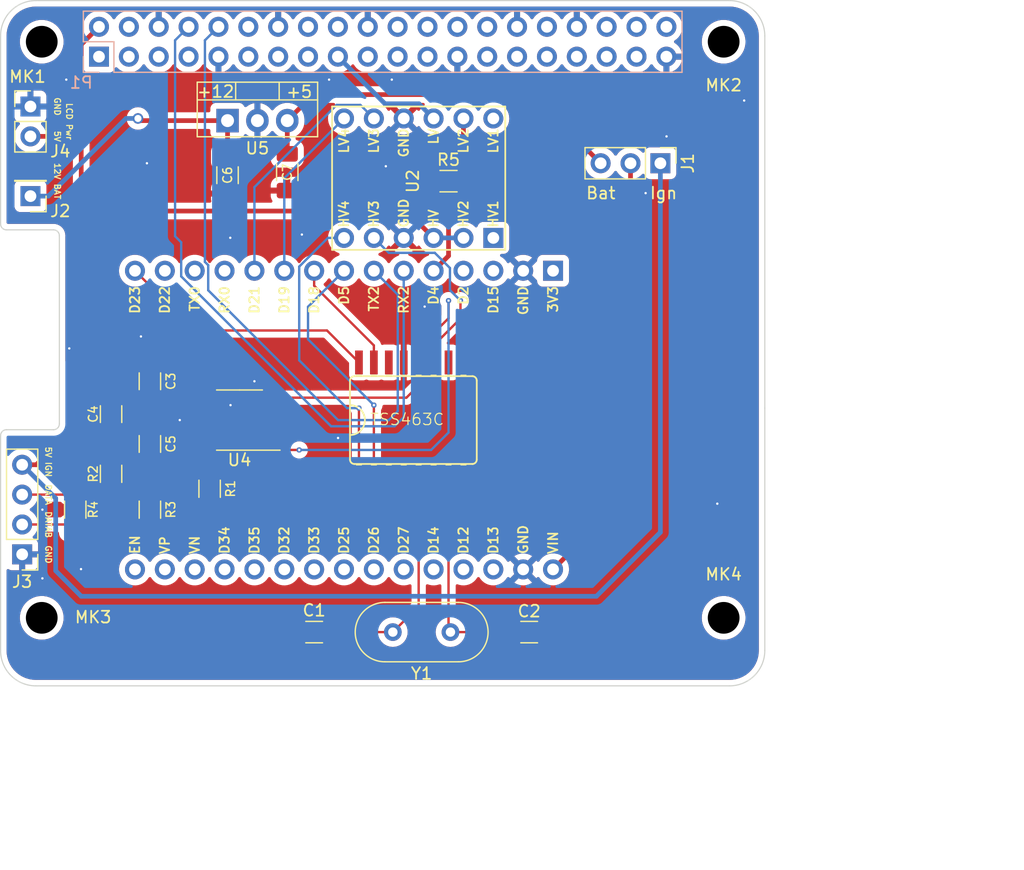
<source format=kicad_pcb>
(kicad_pcb (version 20211014) (generator pcbnew)
  (title_block (title "Peugeot Project PCB") (date "2022-06-14") (rev "0.1"))
  (layers (0 "F.Cu" signal) (31 "B.Cu" signal) (34 "B.Paste" user) (35 "F.Paste" user) (36 "B.SilkS" user "B.Silkscreen") (37 "F.SilkS" user "F.Silkscreen") (38 "B.Mask" user) (39 "F.Mask" user) (44 "Edge.Cuts" user))
  (net 0 "")
  (net 1 "+3V3")
  (net 2 "+5V")
  (net 3 "/DATAB")
  (net 4 "/ID_SD")
  (net 5 "/ID_SC")
  (net 6 "/GPIO5")
  (net 7 "/GPIO6")
  (net 8 "/GPIO26")
  (net 9 "/GPIO2(SDA1)")
  (net 10 "/GPIO3(SCL1)")
  (net 11 "/GPIO4(GCLK)")
  (net 12 "/GPIO14(TXD0)")
  (net 13 "/GPIO15(RXD0)")
  (net 14 "/GPIO17(GEN0)")
  (net 15 "/GPIO27(GEN2)")
  (net 16 "/GPIO22(GEN3)")
  (net 17 "/GPIO23(GEN4)")
  (net 18 "/GPIO24(GEN5)")
  (net 19 "/GPIO25(GEN6)")
  (net 20 "/GPIO18(GEN1)(PWM0)")
  (net 21 "/GPIO10(SPI0_MOSI)")
  (net 22 "/GPIO9(SPI0_MISO)")
  (net 23 "/GPIO11(SPI0_SCK)")
  (net 24 "/GPIO8(SPI0_CE_N)")
  (net 25 "/GPIO7(SPI1_CE_N)")
  (net 26 "/GPIO12(PWM0)")
  (net 27 "/GPIO13(PWM1)")
  (net 28 "/GPIO19(SPI1_MISO)")
  (net 29 "/GPIO16")
  (net 30 "/GPIO20(SPI1_MOSI)")
  (net 31 "/GPIO21(SPI1_SCK)")
  (net 32 "/DATA")
  (net 33 "Net-(C1-Pad2)")
  (net 34 "/VAN_RX")
  (net 39 "/Wake PIN")
  (net 42 "/SS")
  (net 43 "/SCLK")
  (net 44 "Net-(U1-Pad21)")
  (net 45 "Net-(U1-Pad20)")
  (net 47 "/MOSI")
  (net 63 "/MISO")
  (net 65 "Net-(C2-Pad2)")
  (net 66 "/VAN_TX")
  (net 71 "GNDD")
  (net 72 "Net-(C5-Pad2)")
  (net 73 "/+5V_ESP32")
  (net 74 "/+5V permanent")
  (net 75 "Net-(C6-Pad1)")
  (net 76 "Net-(R1-Pad1)")
  (net 77 "Net-(C4-Pad2)")
  (footprint "MountingHole:MountingHole_2.7mm_M2.5" (layer "F.Cu") (at 203.5 97.5 180)
    (fp_text reference "MK1" (at 1.214 -2.97 180) (layer "F.SilkS"))
    (fp_text value "M2.5")
    (pad "" np_thru_hole circle (at 0 0 180) (size 2.7 2.7) (drill 2.7) (layers *.Mask))
  )
  (footprint "MountingHole:MountingHole_2.7mm_M2.5" (layer "F.Cu") (at 261.5 97.5 180)
    (fp_text reference "MK2" (at 0 -3.7 180) (layer "F.SilkS"))
    (fp_text value "M2.5")
    (pad "" np_thru_hole circle (at 0 0 180) (size 2.7 2.7) (drill 2.7) (layers *.Mask))
  )
  (footprint "MountingHole:MountingHole_2.7mm_M2.5" (layer "F.Cu") (at 203.5 146.5)
    (fp_text reference "MK3" (at 4.374 -0.056) (layer "F.SilkS"))
    (fp_text value "M2.5")
    (pad "" np_thru_hole circle (at 0 0) (size 2.7 2.7) (drill 2.7) (layers *.Mask))
  )
  (footprint "MountingHole:MountingHole_2.7mm_M2.5" (layer "F.Cu") (at 261.5 146.5)
    (fp_text reference "MK4" (at 0 -3.7) (layer "F.SilkS"))
    (fp_text value "M2.5")
    (pad "" np_thru_hole circle (at 0 0) (size 2.7 2.7) (drill 2.7) (layers *.Mask))
  )
  (footprint "Capacitor_SMD:C_1206_3216Metric_Pad1.33x1.80mm_HandSolder" (layer "F.Cu") (at 244.958 147.714 180)
    (fp_text reference "C2" (at 0 1.778) (layer "F.SilkS"))
    (fp_text value "22 pF")
    (pad "1" smd roundrect (at -1.5625 0 180) (size 1.325 1.8) (layers "F.Cu" "F.Paste" "F.Mask") (roundrect_rratio 0.1886792453) (net 71 "GNDD"))
    (pad "2" smd roundrect (at 1.5625 0 180) (size 1.325 1.8) (layers "F.Cu" "F.Paste" "F.Mask") (roundrect_rratio 0.1886792453) (net 65 "Net-(C2-Pad2)"))
  )
  (footprint "Package_TO_SOT_THT:TO-220-3_Vertical" (layer "F.Cu") (at 219.304 104.209)
    (fp_text reference "U5" (at 2.54 2.357) (layer "F.SilkS"))
    (fp_text value "LM7805_TO220")
    (pad "1" thru_hole rect (at 0 0) (size 1.905 2) (drill 1.1) (layers *.Cu *.Mask) (net 75 "Net-(C6-Pad1)"))
    (pad "2" thru_hole oval (at 2.54 0) (size 1.905 2) (drill 1.1) (layers *.Cu *.Mask) (net 71 "GNDD"))
    (pad "3" thru_hole oval (at 5.08 0) (size 1.905 2) (drill 1.1) (layers *.Cu *.Mask) (net 74 "/+5V permanent"))
  )
  (footprint "lib:ESP32_shield" (layer "F.Cu") (at 227.94 128.41 90)
    (fp_text reference "U1" hide)
    (fp_text value "ESP32")
    (fp_text user "RX0" (at 8.947143 -8.89 90) (layer "F.SilkS") (effects (font (size 0.8 0.8))))
    (fp_text user "D14" (at -11.487142 8.89 90) (layer "F.SilkS") (effects (font (size 0.8 0.8))))
    (fp_text user "D35" (at -11.487142 -6.35 90) (layer "F.SilkS") (effects (font (size 0.8 0.8))))
    (fp_text user "TX2" (at 9.042381 3.81 90) (layer "F.SilkS") (effects (font (size 0.8 0.8))))
    (fp_text user "D34" (at -11.487142 -8.89 90) (layer "F.SilkS") (effects (font (size 0.8 0.8))))
    (fp_text user "RX2" (at 8.947143 6.35 90) (layer "F.SilkS") (effects (font (size 0.8 0.8))))
    (fp_text user "D21" (at 8.947143 -6.35 90) (layer "F.SilkS") (effects (font (size 0.8 0.8))))
    (fp_text user "D12" (at -11.487142 11.43 90) (layer "F.SilkS") (effects (font (size 0.8 0.8))))
    (fp_text user "D2" (at 9.328095 11.43 90) (layer "F.SilkS") (effects (font (size 0.8 0.8))))
    (fp_text user "D27" (at -11.487142 6.35 90) (layer "F.SilkS") (effects (font (size 0.8 0.8))))
    (fp_text user "D25" (at -11.487142 1.27 90) (layer "F.SilkS") (effects (font (size 0.8 0.8))))
    (fp_text user "3V3" (at 9.004286 19.05 90) (layer "F.SilkS") (effects (font (size 0.8 0.8))))
    (fp_text user "D19" (at 8.947143 -3.81 90) (layer "F.SilkS") (effects (font (size 0.8 0.8))))
    (fp_text user "D5" (at 9.328095 1.27 90) (layer "F.SilkS") (effects (font (size 0.8 0.8))))
    (fp_text user "D23" (at 8.947143 -16.51 90) (layer "F.SilkS") (effects (font (size 0.8 0.8))))
    (fp_text user "GND" (at -11.43 16.51 90) (layer "F.SilkS") (effects (font (size 0.8 0.8))))
    (fp_text user "VIN" (at -11.696666 19.05 90) (layer "F.SilkS") (effects (font (size 0.8 0.8))))
    (fp_text user "EN" (at -11.868095 -16.51 90) (layer "F.SilkS") (effects (font (size 0.8 0.8))))
    (fp_text user "VN" (at -11.887142 -11.43 90) (layer "F.SilkS") (effects (font (size 0.8 0.8))))
    (fp_text user "VP" (at -11.90619 -13.97 90) (layer "F.SilkS") (effects (font (size 0.8 0.8))))
    (fp_text user "D18" (at 8.947143 -1.27 90) (layer "F.SilkS") (effects (font (size 0.8 0.8))))
    (fp_text user "D15" (at 8.947143 13.97 90) (layer "F.SilkS") (effects (font (size 0.8 0.8))))
    (fp_text user "D32" (at -11.487142 -3.81 90) (layer "F.SilkS") (effects (font (size 0.8 0.8))))
    (fp_text user "D22" (at 8.947143 -13.97 90) (layer "F.SilkS") (effects (font (size 0.8 0.8))))
    (fp_text user "GND" (at 8.89 16.51 90) (layer "F.SilkS") (effects (font (size 0.8 0.8))))
    (fp_text user "D4" (at 9.328095 8.89 90) (layer "F.SilkS") (effects (font (size 0.8 0.8))))
    (fp_text user "D33" (at -11.487142 -1.27 90) (layer "F.SilkS") (effects (font (size 0.8 0.8))))
    (fp_text user "D26" (at -11.487142 3.81 90) (layer "F.SilkS") (effects (font (size 0.8 0.8))))
    (fp_text user "TX0" (at 9.042381 -11.43 90) (layer "F.SilkS") (effects (font (size 0.8 0.8))))
    (fp_text user "D13" (at -11.487142 13.97 90) (layer "F.SilkS") (effects (font (size 0.8 0.8))))
    (pad "1" thru_hole circle locked (at -13.97 -16.51 90) (size 1.7 1.7) (drill 1) (layers *.Cu *.Mask))
    (pad "2" thru_hole circle locked (at -13.97 -13.97 90) (size 1.7 1.7) (drill 1) (layers *.Cu *.Mask))
    (pad "3" thru_hole circle locked (at -13.97 -11.43 90) (size 1.7 1.7) (drill 1) (layers *.Cu *.Mask))
    (pad "4" thru_hole circle locked (at -13.97 -8.89 90) (size 1.7 1.7) (drill 1) (layers *.Cu *.Mask))
    (pad "5" thru_hole circle locked (at -13.97 -6.35 90) (size 1.7 1.7) (drill 1) (layers *.Cu *.Mask))
    (pad "6" thru_hole circle locked (at -13.97 -3.81 90) (size 1.7 1.7) (drill 1) (layers *.Cu *.Mask))
    (pad "7" thru_hole circle locked (at -13.97 -1.27 90) (size 1.7 1.7) (drill 1) (layers *.Cu *.Mask))
    (pad "8" thru_hole circle locked (at -13.97 1.27 90) (size 1.7 1.7) (drill 1) (layers *.Cu *.Mask))
    (pad "9" thru_hole circle locked (at -13.97 3.81 90) (size 1.7 1.7) (drill 1) (layers *.Cu *.Mask))
    (pad "10" thru_hole circle locked (at -13.97 6.35 90) (size 1.7 1.7) (drill 1) (layers *.Cu *.Mask))
    (pad "11" thru_hole circle locked (at -13.97 8.89 90) (size 1.7 1.7) (drill 1) (layers *.Cu *.Mask))
    (pad "12" thru_hole circle locked (at -13.97 11.43 90) (size 1.7 1.7) (drill 1) (layers *.Cu *.Mask))
    (pad "13" thru_hole circle locked (at -13.97 13.97 90) (size 1.7 1.7) (drill 1) (layers *.Cu *.Mask))
    (pad "14" thru_hole circle locked (at -13.97 16.51 90) (size 1.7 1.7) (drill 1) (layers *.Cu *.Mask) (net 71 "GNDD"))
    (pad "15" thru_hole circle locked (at -13.97 19.05 90) (size 1.7 1.7) (drill 1) (layers *.Cu *.Mask) (net 73 "/+5V_ESP32"))
    (pad "16" thru_hole circle locked (at 11.43 -16.51 90) (size 1.7 1.7) (drill 1) (layers *.Cu *.Mask) (net 47 "/MOSI"))
    (pad "17" thru_hole circle locked (at 11.43 -13.97 90) (size 1.7 1.7) (drill 1) (layers *.Cu *.Mask))
    (pad "18" thru_hole circle locked (at 11.43 -11.43 90) (size 1.7 1.7) (drill 1) (layers *.Cu *.Mask))
    (pad "19" thru_hole circle locked (at 11.43 -8.89 90) (size 1.7 1.7) (drill 1) (layers *.Cu *.Mask))
    (pad "20" thru_hole circle locked (at 11.43 -6.35 90) (size 1.7 1.7) (drill 1) (layers *.Cu *.Mask) (net 45 "Net-(U1-Pad20)"))
    (pad "21" thru_hole oval locked (at 11.43 -3.81 90) (size 1.7 1.7) (drill 1) (layers *.Cu *.Mask) (net 44 "Net-(U1-Pad21)"))
    (pad "22" thru_hole circle locked (at 11.43 -1.27 90) (size 1.7 1.7) (drill 1) (layers *.Cu *.Mask) (net 43 "/SCLK"))
    (pad "23" thru_hole circle locked (at 11.43 1.27 90) (size 1.7 1.7) (drill 1) (layers *.Cu *.Mask) (net 42 "/SS"))
    (pad "24" thru_hole circle locked (at 11.43 3.81 90) (size 1.7 1.7) (drill 1) (layers *.Cu *.Mask) (net 13 "/GPIO15(RXD0)"))
    (pad "25" thru_hole circle locked (at 11.43 6.35 90) (size 1.7 1.7) (drill 1) (layers *.Cu *.Mask) (net 12 "/GPIO14(TXD0)"))
    (pad "26" thru_hole circle locked (at 11.43 8.89 90) (size 1.7 1.7) (drill 1) (layers *.Cu *.Mask) (net 39 "/Wake PIN"))
    (pad "27" thru_hole circle locked (at 11.43 11.43 90) (size 1.7 1.7) (drill 1) (layers *.Cu *.Mask))
    (pad "28" thru_hole circle locked (at 11.43 13.97 90) (size 1.7 1.7) (drill 1) (layers *.Cu *.Mask))
    (pad "29" thru_hole circle locked (at 11.43 16.51 90) (size 1.7 1.7) (drill 1) (layers *.Cu *.Mask) (net 71 "GNDD"))
    (pad "30" thru_hole rect locked (at 11.43 19.05 90) (size 1.7 1.7) (drill 1) (layers *.Cu *.Mask))
  )
  (footprint "Package_SO:SOIC-8_3.9x4.9mm_P1.27mm" (layer "F.Cu") (at 220.32 129.68 180)
    (fp_text reference "U4" (at 0 -3.4) (layer "F.SilkS"))
    (fp_text value "MCP2551-I-SN")
    (pad "1" smd roundrect (at -2.475 -1.905 180) (size 1.95 0.6) (layers "F.Cu" "F.Paste" "F.Mask") (net 66 "/VAN_TX"))
    (pad "2" smd roundrect (at -2.475 -0.635 180) (size 1.95 0.6) (layers "F.Cu" "F.Paste" "F.Mask") (net 71 "GNDD"))
    (pad "3" smd roundrect (at -2.475 0.635 180) (size 1.95 0.6) (layers "F.Cu" "F.Paste" "F.Mask") (net 2 "+5V"))
    (pad "4" smd roundrect (at -2.475 1.905 180) (size 1.95 0.6) (layers "F.Cu" "F.Paste" "F.Mask") (net 34 "/VAN_RX"))
    (pad "5" smd roundrect (at 2.475 1.905 180) (size 1.95 0.6) (layers "F.Cu" "F.Paste" "F.Mask"))
    (pad "6" smd roundrect (at 2.475 0.635 180) (size 1.95 0.6) (layers "F.Cu" "F.Paste" "F.Mask") (net 32 "/DATA"))
    (pad "7" smd roundrect (at 2.475 -0.635 180) (size 1.95 0.6) (layers "F.Cu" "F.Paste" "F.Mask") (net 3 "/DATAB"))
    (pad "8" smd roundrect (at 2.475 -1.905 180) (size 1.95 0.6) (layers "F.Cu" "F.Paste" "F.Mask") (net 76 "Net-(R1-Pad1)"))
  )
  (footprint "Connector_PinHeader_2.54mm:PinHeader_1x03_P2.54mm_Vertical" (layer "F.Cu") (at 256.119 107.836 -90)
    (fp_text reference "J1" (at 0 -2.33 -270) (layer "F.SilkS"))
    (fp_text value "ESP Power selector")
    (pad "1" thru_hole rect (at 0 0 270) (size 1.7 1.7) (drill 1) (layers *.Cu *.Mask) (net 2 "+5V"))
    (pad "2" thru_hole oval (at 0 2.54 270) (size 1.7 1.7) (drill 1) (layers *.Cu *.Mask) (net 73 "/+5V_ESP32"))
    (pad "3" thru_hole oval (at 0 5.08 270) (size 1.7 1.7) (drill 1) (layers *.Cu *.Mask) (net 74 "/+5V permanent"))
  )
  (footprint "Capacitor_SMD:C_1206_3216Metric_Pad1.33x1.80mm_HandSolder" (layer "F.Cu") (at 212.7 126.378 -90)
    (fp_text reference "C3" (at 0 -1.778 -270) (layer "F.SilkS") (effects (font (size 0.75 0.75) (thickness 0.125))))
    (fp_text value "0.1uF")
    (pad "1" smd roundrect (at -1.5625 0 270) (size 1.325 1.8) (layers "F.Cu" "F.Paste" "F.Mask") (roundrect_rratio 0.1886792453) (net 2 "+5V"))
    (pad "2" smd roundrect (at 1.5625 0 270) (size 1.325 1.8) (layers "F.Cu" "F.Paste" "F.Mask") (roundrect_rratio 0.1886792453) (net 71 "GNDD"))
  )
  (footprint "Connector_PinHeader_2.54mm:PinHeader_1x01_P2.54mm_Vertical" (layer "F.Cu") (at 202.54 110.63 180)
    (fp_text reference "J2" (at -2.54 -1.27 180) (layer "F.SilkS"))
    (fp_text value "+12V Permanent")
    (pad "1" thru_hole rect (at 0 0 180) (size 1.7 1.7) (drill 1) (layers *.Cu *.Mask) (net 75 "Net-(C6-Pad1)"))
  )
  (footprint "Resistor_SMD:R_1206_3216Metric_Pad1.30x1.75mm_HandSolder" (layer "F.Cu") (at 209.398 134.252 90)
    (fp_text reference "R2" (at 0 -1.524 90) (layer "F.SilkS") (effects (font (size 0.75 0.75) (thickness 0.125))))
    (fp_text value "100")
    (pad "1" smd roundrect (at -1.55 0 90) (size 1.3 1.75) (layers "F.Cu" "F.Paste" "F.Mask") (roundrect_rratio 0.1923076923) (net 32 "/DATA"))
    (pad "2" smd roundrect (at 1.55 0 90) (size 1.3 1.75) (layers "F.Cu" "F.Paste" "F.Mask") (roundrect_rratio 0.1923076923) (net 77 "Net-(C4-Pad2)"))
  )
  (footprint "lib:TSS463C" (layer "F.Cu") (at 235.56 129.68)
    (fp_text reference "U3" hide)
    (fp_text value "TSS463C" (at -4.191 0.508) (layer "F.SilkS") (effects (font (size 0.9652 0.9652) (thickness 0.09652)) (justify left bottom)))
    (pad "1" smd rect (at -5.08 4.9022) (size 0.6604 2.032) (layers "F.Cu" "F.Paste" "F.Mask") (net 63 "/MISO"))
    (pad "2" smd rect (at -3.81 4.9022) (size 0.6604 2.032) (layers "F.Cu" "F.Paste" "F.Mask") (net 42 "/SS"))
    (pad "3" smd rect (at -2.54 4.9022) (size 0.6604 2.032) (layers "F.Cu" "F.Paste" "F.Mask"))
    (pad "4" smd rect (at -1.27 4.9022) (size 0.6604 2.032) (layers "F.Cu" "F.Paste" "F.Mask") (net 2 "+5V"))
    (pad "5" smd rect (at 0 4.9022) (size 0.6604 2.032) (layers "F.Cu" "F.Paste" "F.Mask") (net 33 "Net-(C1-Pad2)"))
    (pad "6" smd rect (at 1.27 4.9022) (size 0.6604 2.032) (layers "F.Cu" "F.Paste" "F.Mask") (net 65 "Net-(C2-Pad2)"))
    (pad "7" smd rect (at 2.54 4.9022) (size 0.6604 2.032) (layers "F.Cu" "F.Paste" "F.Mask") (net 71 "GNDD"))
    (pad "8" smd rect (at 3.81 4.9022) (size 0.6604 2.032) (layers "F.Cu" "F.Paste" "F.Mask"))
    (pad "9" smd rect (at 3.81 -4.9022) (size 0.6604 2.032) (layers "F.Cu" "F.Paste" "F.Mask"))
    (pad "10" smd rect (at 2.54 -4.9022) (size 0.6604 2.032) (layers "F.Cu" "F.Paste" "F.Mask"))
    (pad "11" smd rect (at 1.27 -4.9022) (size 0.6604 2.032) (layers "F.Cu" "F.Paste" "F.Mask") (net 34 "/VAN_RX"))
    (pad "12" smd rect (at 0 -4.9022) (size 0.6604 2.032) (layers "F.Cu" "F.Paste" "F.Mask") (net 66 "/VAN_TX"))
    (pad "13" smd rect (at -1.27 -4.9022) (size 0.6604 2.032) (layers "F.Cu" "F.Paste" "F.Mask") (net 71 "GNDD"))
    (pad "14" smd rect (at -2.54 -4.9022) (size 0.6604 2.032) (layers "F.Cu" "F.Paste" "F.Mask"))
    (pad "15" smd rect (at -3.81 -4.9022) (size 0.6604 2.032) (layers "F.Cu" "F.Paste" "F.Mask") (net 43 "/SCLK"))
    (pad "16" smd rect (at -5.08 -4.9022) (size 0.6604 2.032) (layers "F.Cu" "F.Paste" "F.Mask") (net 47 "/MOSI"))
  )
  (footprint "Capacitor_SMD:C_1206_3216Metric_Pad1.33x1.80mm_HandSolder" (layer "F.Cu") (at 212.7 131.712 -90)
    (fp_text reference "C5" (at 0 -1.778 90) (layer "F.SilkS") (effects (font (size 0.75 0.75) (thickness 0.125))))
    (fp_text value "560pF")
    (pad "1" smd roundrect (at -1.5625 0 270) (size 1.325 1.8) (layers "F.Cu" "F.Paste" "F.Mask") (roundrect_rratio 0.1886792453) (net 71 "GNDD"))
    (pad "2" smd roundrect (at 1.5625 0 270) (size 1.325 1.8) (layers "F.Cu" "F.Paste" "F.Mask") (roundrect_rratio 0.1886792453) (net 72 "Net-(C5-Pad2)"))
  )
  (footprint "Resistor_SMD:R_1206_3216Metric_Pad1.30x1.75mm_HandSolder" (layer "F.Cu") (at 238.1 109.36)
    (fp_text reference "R5" (at 0 -1.82) (layer "F.SilkS"))
    (fp_text value "10k")
    (pad "1" smd roundrect (at -1.55 0) (size 1.3 1.75) (layers "F.Cu" "F.Paste" "F.Mask") (roundrect_rratio 0.1923076923) (net 71 "GNDD"))
    (pad "2" smd roundrect (at 1.55 0) (size 1.3 1.75) (layers "F.Cu" "F.Paste" "F.Mask") (roundrect_rratio 0.1923076923) (net 39 "/Wake PIN"))
  )
  (footprint "Connector_PinHeader_2.54mm:PinHeader_1x04_P2.54mm_Vertical" (layer "F.Cu") (at 201.835 141.1 180)
    (fp_text reference "J3" (at 0 -2.33 180) (layer "F.SilkS"))
    (fp_text value "Main Power and Data")
    (pad "1" thru_hole rect (at 0 0 180) (size 1.7 1.7) (drill 1) (layers *.Cu *.Mask) (net 71 "GNDD"))
    (pad "2" thru_hole oval (at 0 2.54 180) (size 1.7 1.7) (drill 1) (layers *.Cu *.Mask) (net 3 "/DATAB"))
    (pad "3" thru_hole oval (at 0 5.08 180) (size 1.7 1.7) (drill 1) (layers *.Cu *.Mask) (net 32 "/DATA"))
    (pad "4" thru_hole oval (at 0 7.62 180) (size 1.7 1.7) (drill 1) (layers *.Cu *.Mask) (net 2 "+5V"))
  )
  (footprint "Resistor_SMD:R_1206_3216Metric_Pad1.30x1.75mm_HandSolder" (layer "F.Cu") (at 206.35 137.3 90)
    (fp_text reference "R4" (at 0 1.524 90) (layer "F.SilkS") (effects (font (size 0.75 0.75) (thickness 0.125))))
    (fp_text value "120")
    (pad "1" smd roundrect (at -1.55 0 90) (size 1.3 1.75) (layers "F.Cu" "F.Paste" "F.Mask") (roundrect_rratio 0.1923076923) (net 3 "/DATAB"))
    (pad "2" smd roundrect (at 1.55 0 90) (size 1.3 1.75) (layers "F.Cu" "F.Paste" "F.Mask") (roundrect_rratio 0.1923076923) (net 32 "/DATA"))
  )
  (footprint "Capacitor_SMD:C_1206_3216Metric_Pad1.33x1.80mm_HandSolder" (layer "F.Cu") (at 226.67 147.714)
    (fp_text reference "C1" (at 0 -1.85) (layer "F.SilkS"))
    (fp_text value "22 pF")
    (pad "1" smd roundrect (at -1.5625 0) (size 1.325 1.8) (layers "F.Cu" "F.Paste" "F.Mask") (roundrect_rratio 0.1886792453) (net 71 "GNDD"))
    (pad "2" smd roundrect (at 1.5625 0) (size 1.325 1.8) (layers "F.Cu" "F.Paste" "F.Mask") (roundrect_rratio 0.1886792453) (net 33 "Net-(C1-Pad2)"))
  )
  (footprint "Capacitor_SMD:C_1206_3216Metric_Pad1.33x1.80mm_HandSolder" (layer "F.Cu") (at 219.304 108.852 -90)
    (fp_text reference "C6" (at 0 0 90) (layer "F.SilkS") (effects (font (size 0.75 0.75) (thickness 0.125))))
    (fp_text value "10uF")
    (pad "1" smd roundrect (at -1.5625 0 270) (size 1.325 1.8) (layers "F.Cu" "F.Paste" "F.Mask") (roundrect_rratio 0.1886792453) (net 75 "Net-(C6-Pad1)"))
    (pad "2" smd roundrect (at 1.5625 0 270) (size 1.325 1.8) (layers "F.Cu" "F.Paste" "F.Mask") (roundrect_rratio 0.1886792453) (net 71 "GNDD"))
  )
  (footprint "Resistor_SMD:R_1206_3216Metric_Pad1.30x1.75mm_HandSolder" (layer "F.Cu") (at 217.78 135.522 -90)
    (fp_text reference "R1" (at 0 -1.778 90) (layer "F.SilkS") (effects (font (size 0.75 0.75) (thickness 0.125))))
    (fp_text value "4.7k")
    (pad "1" smd roundrect (at -1.55 0 270) (size 1.3 1.75) (layers "F.Cu" "F.Paste" "F.Mask") (roundrect_rratio 0.1923076923) (net 76 "Net-(R1-Pad1)"))
    (pad "2" smd roundrect (at 1.55 0 270) (size 1.3 1.75) (layers "F.Cu" "F.Paste" "F.Mask") (roundrect_rratio 0.1923076923) (net 71 "GNDD"))
  )
  (footprint "Resistor_SMD:R_1206_3216Metric_Pad1.30x1.75mm_HandSolder" (layer "F.Cu") (at 212.7 137.3 90)
    (fp_text reference "R3" (at 0 1.778 90) (layer "F.SilkS") (effects (font (size 0.75 0.75) (thickness 0.125))))
    (fp_text value "100")
    (pad "1" smd roundrect (at -1.55 0 90) (size 1.3 1.75) (layers "F.Cu" "F.Paste" "F.Mask") (roundrect_rratio 0.1923076923) (net 3 "/DATAB"))
    (pad "2" smd roundrect (at 1.55 0 90) (size 1.3 1.75) (layers "F.Cu" "F.Paste" "F.Mask") (roundrect_rratio 0.1923076923) (net 72 "Net-(C5-Pad2)"))
  )
  (footprint "Connector_PinHeader_2.54mm:PinHeader_1x02_P2.54mm_Vertical" (layer "F.Cu") (at 202.54 103.01)
    (fp_text reference "J4" (at 2.54 3.81) (layer "F.SilkS"))
    (fp_text value "LCD Power")
    (pad "1" thru_hole rect (at 0 0) (size 1.7 1.7) (drill 1) (layers *.Cu *.Mask) (net 71 "GNDD"))
    (pad "2" thru_hole oval (at 0 2.54) (size 1.7 1.7) (drill 1) (layers *.Cu *.Mask) (net 2 "+5V"))
  )
  (footprint "Capacitor_SMD:C_1206_3216Metric_Pad1.33x1.80mm_HandSolder" (layer "F.Cu") (at 224.384 108.598 -90)
    (fp_text reference "C7" (at 0 0 90) (layer "F.SilkS") (effects (font (size 0.75 0.75) (thickness 0.125))))
    (fp_text value "1uF")
    (pad "1" smd roundrect (at -1.5625 0 270) (size 1.325 1.8) (layers "F.Cu" "F.Paste" "F.Mask") (roundrect_rratio 0.1886792453) (net 74 "/+5V permanent"))
    (pad "2" smd roundrect (at 1.5625 0 270) (size 1.325 1.8) (layers "F.Cu" "F.Paste" "F.Mask") (roundrect_rratio 0.1886792453) (net 71 "GNDD"))
  )
  (footprint "lib:LevelShifter4_shield" (layer "F.Cu") (at 235.56 109.36 -90)
    (fp_text reference "U2" (at 0 0.5 90) (layer "F.SilkS"))
    (fp_text value "LevelShifter4Shield")
    (fp_text user "HV" (at 3.174952 -1.27 90) (layer "F.SilkS") (effects (font (size 0.8 0.8))))
    (fp_text user "HV4" (at 2.794 6.35 90) (layer "F.SilkS") (effects (font (size 0.8 0.8))))
    (fp_text user "GND" (at 2.717809 1.27 90) (layer "F.SilkS") (effects (font (size 0.8 0.8))))
    (fp_text user "LV3" (at -3.429047 3.81 90) (layer "F.SilkS") (effects (font (size 0.8 0.8))))
    (fp_text user "LV1" (at -3.429047 -6.35 90) (layer "F.SilkS") (effects (font (size 0.8 0.8))))
    (fp_text user "HV2" (at 2.794 -3.81 90) (layer "F.SilkS") (effects (font (size 0.8 0.8))))
    (fp_text user "GND" (at -3.257619 1.27 90) (layer "F.SilkS") (effects (font (size 0.8 0.8))))
    (fp_text user "HV1" (at 2.794 -6.35 90) (layer "F.SilkS") (effects (font (size 0.8 0.8))))
    (fp_text user "HV3" (at 2.794 3.81 90) (layer "F.SilkS") (effects (font (size 0.8 0.8))))
    (fp_text user "LV2" (at -3.429047 -3.81 90) (layer "F.SilkS") (effects (font (size 0.8 0.8))))
    (fp_text user "LV" (at -3.81 -1.27 90) (layer "F.SilkS") (effects (font (size 0.8 0.8))))
    (fp_text user "LV4" (at -3.429047 6.35 90) (layer "F.SilkS") (effects (font (size 0.8 0.8))))
    (pad "1" thru_hole circle locked (at -5.334 -6.35 270) (size 1.7 1.7) (drill 1) (layers *.Cu *.Mask))
    (pad "2" thru_hole circle locked (at -5.334 -3.81 270) (size 1.7 1.7) (drill 1) (layers *.Cu *.Mask) (net 39 "/Wake PIN"))
    (pad "3" thru_hole circle locked (at -5.334 -1.27 270) (size 1.7 1.7) (drill 1) (layers *.Cu *.Mask) (net 1 "+3V3"))
    (pad "4" thru_hole circle locked (at -5.334 1.27 270) (size 1.7 1.7) (drill 1) (layers *.Cu *.Mask) (net 71 "GNDD"))
    (pad "5" thru_hole circle locked (at -5.334 3.81 270) (size 1.7 1.7) (drill 1) (layers *.Cu *.Mask) (net 45 "Net-(U1-Pad20)"))
    (pad "6" thru_hole circle locked (at -5.334 6.35 270) (size 1.7 1.7) (drill 1) (layers *.Cu *.Mask) (net 44 "Net-(U1-Pad21)"))
    (pad "7" thru_hole rect locked (at 4.826 -6.35 270) (size 1.7 1.7) (drill 1) (layers *.Cu *.Mask))
    (pad "8" thru_hole circle locked (at 4.826 -3.81 270) (size 1.7 1.7) (drill 1) (layers *.Cu *.Mask) (net 2 "+5V"))
    (pad "9" thru_hole circle locked (at 4.826 -1.27 270) (size 1.7 1.7) (drill 1) (layers *.Cu *.Mask) (net 2 "+5V"))
    (pad "10" thru_hole circle locked (at 4.826 1.27 270) (size 1.7 1.7) (drill 1) (layers *.Cu *.Mask) (net 71 "GNDD"))
    (pad "11" thru_hole circle locked (at 4.826 3.81 270) (size 1.7 1.7) (drill 1) (layers *.Cu *.Mask) (net 34 "/VAN_RX"))
    (pad "12" thru_hole circle locked (at 4.826 6.35 270) (size 1.7 1.7) (drill 1) (layers *.Cu *.Mask) (net 63 "/MISO"))
  )
  (footprint "Capacitor_SMD:C_1206_3216Metric_Pad1.33x1.80mm_HandSolder" (layer "F.Cu") (at 209.398 129.172 -90)
    (fp_text reference "C4" (at 0 1.524 90) (layer "F.SilkS") (effects (font (size 0.75 0.75) (thickness 0.125))))
    (fp_text value "560pF")
    (pad "1" smd roundrect (at -1.5625 0 270) (size 1.325 1.8) (layers "F.Cu" "F.Paste" "F.Mask") (roundrect_rratio 0.1886792453) (net 71 "GNDD"))
    (pad "2" smd roundrect (at 1.5625 0 270) (size 1.325 1.8) (layers "F.Cu" "F.Paste" "F.Mask") (roundrect_rratio 0.1886792453) (net 77 "Net-(C4-Pad2)"))
  )
  (footprint "Crystal:Crystal_HC18-U_Vertical" (layer "F.Cu") (at 238.264 147.714 180)
    (fp_text reference "Y1" (at 2.45 -3.525) (layer "F.SilkS"))
    (fp_text value "8MHz")
    (pad "1" thru_hole circle (at 0 0 180) (size 1.5 1.5) (drill 0.8) (layers *.Cu *.Mask) (net 65 "Net-(C2-Pad2)"))
    (pad "2" thru_hole circle (at 4.9 0 180) (size 1.5 1.5) (drill 0.8) (layers *.Cu *.Mask) (net 33 "Net-(C1-Pad2)"))
  )
  (footprint "Connector_PinSocket_2.54mm:PinSocket_2x20_P2.54mm_Vertical" (layer "B.Cu") (at 208.37 98.77 -90)
    (fp_text reference "P1" (at 2.208 1.512) (layer "B.SilkS") (effects (justify mirror)))
    (fp_text value "Conn_02x20_Odd_Even")
    (pad "1" thru_hole rect (at 0 0 270) (size 1.7 1.7) (drill 1) (layers *.Cu *.Mask) (net 1 "+3V3"))
    (pad "2" thru_hole oval (at -2.54 0 270) (size 1.7 1.7) (drill 1) (layers *.Cu *.Mask) (net 2 "+5V"))
    (pad "3" thru_hole oval (at 0 -2.54 270) (size 1.7 1.7) (drill 1) (layers *.Cu *.Mask) (net 9 "/GPIO2(SDA1)"))
    (pad "4" thru_hole oval (at -2.54 -2.54 270) (size 1.7 1.7) (drill 1) (layers *.Cu *.Mask) (net 2 "+5V"))
    (pad "5" thru_hole oval (at 0 -5.08 270) (size 1.7 1.7) (drill 1) (layers *.Cu *.Mask) (net 10 "/GPIO3(SCL1)"))
    (pad "6" thru_hole oval (at -2.54 -5.08 270) (size 1.7 1.7) (drill 1) (layers *.Cu *.Mask) (net 71 "GNDD"))
    (pad "7" thru_hole oval (at 0 -7.62 270) (size 1.7 1.7) (drill 1) (layers *.Cu *.Mask) (net 11 "/GPIO4(GCLK)"))
    (pad "8" thru_hole oval (at -2.54 -7.62 270) (size 1.7 1.7) (drill 1) (layers *.Cu *.Mask) (net 12 "/GPIO14(TXD0)"))
    (pad "9" thru_hole oval (at 0 -10.16 270) (size 1.7 1.7) (drill 1) (layers *.Cu *.Mask) (net 71 "GNDD"))
    (pad "10" thru_hole oval (at -2.54 -10.16 270) (size 1.7 1.7) (drill 1) (layers *.Cu *.Mask) (net 13 "/GPIO15(RXD0)"))
    (pad "11" thru_hole oval (at 0 -12.7 270) (size 1.7 1.7) (drill 1) (layers *.Cu *.Mask) (net 14 "/GPIO17(GEN0)"))
    (pad "12" thru_hole oval (at -2.54 -12.7 270) (size 1.7 1.7) (drill 1) (layers *.Cu *.Mask) (net 20 "/GPIO18(GEN1)(PWM0)"))
    (pad "13" thru_hole oval (at 0 -15.24 270) (size 1.7 1.7) (drill 1) (layers *.Cu *.Mask) (net 15 "/GPIO27(GEN2)"))
    (pad "14" thru_hole oval (at -2.54 -15.24 270) (size 1.7 1.7) (drill 1) (layers *.Cu *.Mask) (net 71 "GNDD"))
    (pad "15" thru_hole oval (at 0 -17.78 270) (size 1.7 1.7) (drill 1) (layers *.Cu *.Mask) (net 16 "/GPIO22(GEN3)"))
    (pad "16" thru_hole oval (at -2.54 -17.78 270) (size 1.7 1.7) (drill 1) (layers *.Cu *.Mask) (net 17 "/GPIO23(GEN4)"))
    (pad "17" thru_hole oval (at 0 -20.32 270) (size 1.7 1.7) (drill 1) (layers *.Cu *.Mask) (net 1 "+3V3"))
    (pad "18" thru_hole oval (at -2.54 -20.32 270) (size 1.7 1.7) (drill 1) (layers *.Cu *.Mask) (net 18 "/GPIO24(GEN5)"))
    (pad "19" thru_hole oval (at 0 -22.86 270) (size 1.7 1.7) (drill 1) (layers *.Cu *.Mask) (net 21 "/GPIO10(SPI0_MOSI)"))
    (pad "20" thru_hole oval (at -2.54 -22.86 270) (size 1.7 1.7) (drill 1) (layers *.Cu *.Mask) (net 71 "GNDD"))
    (pad "21" thru_hole oval (at 0 -25.4 270) (size 1.7 1.7) (drill 1) (layers *.Cu *.Mask) (net 22 "/GPIO9(SPI0_MISO)"))
    (pad "22" thru_hole oval (at -2.54 -25.4 270) (size 1.7 1.7) (drill 1) (layers *.Cu *.Mask) (net 19 "/GPIO25(GEN6)"))
    (pad "23" thru_hole oval (at 0 -27.94 270) (size 1.7 1.7) (drill 1) (layers *.Cu *.Mask) (net 23 "/GPIO11(SPI0_SCK)"))
    (pad "24" thru_hole oval (at -2.54 -27.94 270) (size 1.7 1.7) (drill 1) (layers *.Cu *.Mask) (net 24 "/GPIO8(SPI0_CE_N)"))
    (pad "25" thru_hole oval (at 0 -30.48 270) (size 1.7 1.7) (drill 1) (layers *.Cu *.Mask) (net 71 "GNDD"))
    (pad "26" thru_hole oval (at -2.54 -30.48 270) (size 1.7 1.7) (drill 1) (layers *.Cu *.Mask) (net 25 "/GPIO7(SPI1_CE_N)"))
    (pad "27" thru_hole oval (at 0 -33.02 270) (size 1.7 1.7) (drill 1) (layers *.Cu *.Mask) (net 4 "/ID_SD"))
    (pad "28" thru_hole oval (at -2.54 -33.02 270) (size 1.7 1.7) (drill 1) (layers *.Cu *.Mask) (net 5 "/ID_SC"))
    (pad "29" thru_hole oval (at 0 -35.56 270) (size 1.7 1.7) (drill 1) (layers *.Cu *.Mask) (net 6 "/GPIO5"))
    (pad "30" thru_hole oval (at -2.54 -35.56 270) (size 1.7 1.7) (drill 1) (layers *.Cu *.Mask) (net 71 "GNDD"))
    (pad "31" thru_hole oval (at 0 -38.1 270) (size 1.7 1.7) (drill 1) (layers *.Cu *.Mask) (net 7 "/GPIO6"))
    (pad "32" thru_hole oval (at -2.54 -38.1 270) (size 1.7 1.7) (drill 1) (layers *.Cu *.Mask) (net 26 "/GPIO12(PWM0)"))
    (pad "33" thru_hole oval (at 0 -40.64 270) (size 1.7 1.7) (drill 1) (layers *.Cu *.Mask) (net 27 "/GPIO13(PWM1)"))
    (pad "34" thru_hole oval (at -2.54 -40.64 270) (size 1.7 1.7) (drill 1) (layers *.Cu *.Mask) (net 71 "GNDD"))
    (pad "35" thru_hole oval (at 0 -43.18 270) (size 1.7 1.7) (drill 1) (layers *.Cu *.Mask) (net 28 "/GPIO19(SPI1_MISO)"))
    (pad "36" thru_hole oval (at -2.54 -43.18 270) (size 1.7 1.7) (drill 1) (layers *.Cu *.Mask) (net 29 "/GPIO16"))
    (pad "37" thru_hole oval (at 0 -45.72 270) (size 1.7 1.7) (drill 1) (layers *.Cu *.Mask) (net 8 "/GPIO26"))
    (pad "38" thru_hole oval (at -2.54 -45.72 270) (size 1.7 1.7) (drill 1) (layers *.Cu *.Mask) (net 30 "/GPIO20(SPI1_MOSI)"))
    (pad "39" thru_hole oval (at 0 -48.26 270) (size 1.7 1.7) (drill 1) (layers *.Cu *.Mask) (net 71 "GNDD"))
    (pad "40" thru_hole oval (at -2.54 -48.26 270) (size 1.7 1.7) (drill 1) (layers *.Cu *.Mask) (net 31 "/GPIO21(SPI1_SCK)"))
  )
  (gr_line (start 265 149.286) (end 265 128.664) (layer "Edge.Cuts") (width 0.1))
  (gr_arc (start 262 94) (mid 264.12132 94.87868) (end 265 97) (layer "Edge.Cuts") (width 0.1))
  (gr_line (start 204.5 130.5) (end 200.499127 130.500001) (layer "Edge.Cuts") (width 0.1))
  (gr_line (start 200 131) (end 200 149.286) (layer "Edge.Cuts") (width 0.1))
  (gr_line (start 205 114) (end 205 130) (layer "Edge.Cuts") (width 0.1))
  (gr_line (start 262 94) (end 203 94) (layer "Edge.Cuts") (width 0.1))
  (gr_arc (start 200 131) (mid 200.146138 130.646755) (end 200.499127 130.500001) (layer "Edge.Cuts") (width 0.1))
  (gr_arc (start 205 130) (mid 204.853553 130.353553) (end 204.5 130.5) (layer "Edge.Cuts") (width 0.1))
  (gr_line (start 203 152.286) (end 262 152.286) (layer "Edge.Cuts") (width 0.1))
  (gr_arc (start 200 97) (mid 200.87868 94.87868) (end 203 94) (layer "Edge.Cuts") (width 0.1))
  (gr_arc (start 200.5 113.5) (mid 200.146447 113.353553) (end 200 113) (layer "Edge.Cuts") (width 0.1))
  (gr_arc (start 203 152.286) (mid 200.87868 151.40732) (end 200 149.286) (layer "Edge.Cuts") (width 0.1))
  (gr_arc (start 204.5 113.5) (mid 204.853553 113.646447) (end 205 114) (layer "Edge.Cuts") (width 0.1))
  (gr_arc (start 265 149.286) (mid 264.12132 151.40732) (end 262 152.286) (layer "Edge.Cuts") (width 0.1))
  (gr_line (start 265 128.664) (end 265 97) (layer "Edge.Cuts") (width 0.1))
  (gr_line (start 200 97) (end 200 113) (layer "Edge.Cuts") (width 0.1))
  (gr_line (start 200.5 113.5) (end 204.5 113.5) (layer "Edge.Cuts") (width 0.1))
  (gr_text "GND" (at 204.064 141.11 270) (layer "F.SilkS") (effects (font (size 0.5 0.5) (thickness 0.1))))
  (gr_text "5V IGN" (at 204.064 133.236 270) (layer "F.SilkS") (effects (font (size 0.5 0.5) (thickness 0.1))))
  (gr_text "Bat" (at 251.054 110.376) (layer "F.SilkS") (effects (font (size 1 1))))
  (gr_text "DATA" (at 204.064 136.03 270) (layer "F.SilkS") (effects (font (size 0.5 0.5) (thickness 0.1))))
  (gr_text "GND" (at 204.826 103.01 270) (layer "F.SilkS") (effects (font (size 0.5 0.5) (thickness 0.1))))
  (gr_text "DATAB" (at 204.064 138.57 270) (layer "F.SilkS") (effects (font (size 0.5 0.5) (thickness 0.1))))
  (gr_text "LCD Pwr" (at 205.842 104.28 270) (layer "F.SilkS") (effects (font (size 0.5 0.5) (thickness 0.1))))
  (gr_text "+5" (at 225.4 101.765) (layer "F.SilkS") (effects (font (size 1 1))))
  (gr_text "+12" (at 218.288 101.74) (layer "F.SilkS") (effects (font (size 1 1))))
  (gr_text "12V BAT" (at 204.826 109.36 270) (layer "F.SilkS") (effects (font (size 0.5 0.5) (thickness 0.1))))
  (gr_text "Ign" (at 256.388 110.376) (layer "F.SilkS") (effects (font (size 1 1))))
  (gr_text "5V" (at 204.826 105.55 270) (layer "F.SilkS") (effects (font (size 0.5 0.5) (thickness 0.1))))
  (segment (start 232.696489 102.776489) (end 235.580489 102.776489) (width 0.4) (layer "B.Cu") (net 1))
  (segment (start 228.69 98.77) (end 232.696489 102.776489) (width 0.4) (layer "B.Cu") (net 1))
  (segment (start 235.580489 102.776489) (end 236.83 104.026) (width 0.4) (layer "B.Cu") (net 1))
  (segment (start 206.820978 105.55) (end 202.54 105.55) (width 0.4) (layer "F.Cu") (net 2))
  (segment (start 212.4845 124.6) (end 212.7 124.8155) (width 0.4) (layer "F.Cu") (net 2))
  (segment (start 222.225 129.045) (end 220.828 127.648) (width 0.4) (layer "F.Cu") (net 2))
  (segment (start 220.828 127.648) (end 220.828 136.284) (width 0.4) (layer "F.Cu") (net 2))
  (segment (start 222.795 129.045) (end 222.225 129.045) (width 0.4) (layer "F.Cu") (net 2))
  (segment (start 236.83 114.186) (end 234.544 111.9) (width 0.4) (layer "F.Cu") (net 2))
  (segment (start 218.083362 124.8155) (end 220.828 127.560138) (width 0.4) (layer "F.Cu") (net 2))
  (segment (start 203.037081 133.48) (end 206.096 130.421081) (width 0.4) (layer "F.Cu") (net 2))
  (segment (start 206.858 104.788) (end 206.858 97.742) (width 0.4) (layer "F.Cu") (net 2))
  (segment (start 233.528 137.3) (end 234.29 136.538) (width 0.4) (layer "F.Cu") (net 2))
  (segment (start 206.858 104.788) (end 206.858 124.6) (width 0.4) (layer "F.Cu") (net 2))
  (segment (start 221.844 137.3) (end 233.528 137.3) (width 0.4) (layer "F.Cu") (net 2))
  (segment (start 220.828 136.284) (end 221.844 137.3) (width 0.4) (layer "F.Cu") (net 2))
  (segment (start 206.096 125.362) (end 206.858 124.6) (width 0.4) (layer "F.Cu") (net 2))
  (segment (start 212.7 124.8155) (end 218.083362 124.8155) (width 0.4) (layer "F.Cu") (net 2))
  (segment (start 220.828 127.560138) (end 220.828 127.648) (width 0.4) (layer "F.Cu") (net 2))
  (segment (start 206.096 130.421081) (end 206.096 125.362) (width 0.4) (layer "F.Cu") (net 2))
  (segment (start 206.858 97.742) (end 208.37 96.23) (width 0.4) (layer "F.Cu") (net 2))
  (segment (start 234.544 111.9) (end 210.16 111.9) (width 0.4) (layer "F.Cu") (net 2))
  (segment (start 201.835 133.48) (end 203.037081 133.48) (width 0.4) (layer "F.Cu") (net 2))
  (segment (start 234.29 136.538) (end 234.29 134.5822) (width 0.4) (layer "F.Cu") (net 2))
  (segment (start 207.366 111.9) (end 206.858 112.408) (width 0.4) (layer "F.Cu") (net 2))
  (segment (start 210.16 111.9) (end 207.366 111.9) (width 0.4) (layer "F.Cu") (net 2))
  (segment (start 206.858 124.6) (end 212.4845 124.6) (width 0.4) (layer "F.Cu") (net 2))
  (segment (start 204.688511 142.496511) (end 206.858 144.666) (width 0.4) (layer "B.Cu") (net 2))
  (segment (start 201.835 133.48) (end 204.688511 136.333511) (width 0.4) (layer "B.Cu") (net 2))
  (segment (start 250.678807 144.666) (end 256.119 139.225807) (width 0.4) (layer "B.Cu") (net 2))
  (segment (start 204.688511 136.333511) (end 204.688511 142.496511) (width 0.4) (layer "B.Cu") (net 2))
  (segment (start 256.119 139.225807) (end 256.119 107.836) (width 0.4) (layer "B.Cu") (net 2))
  (segment (start 206.858 144.666) (end 250.678807 144.666) (width 0.4) (layer "B.Cu") (net 2))
  (segment (start 239.37 114.186) (end 236.83 114.186) (width 0.4) (layer "B.Cu") (net 2))
  (segment (start 217.504283 130.315) (end 217.845 130.315) (width 0.2) (layer "F.Cu") (net 3))
  (segment (start 214.25 137.3) (end 214.25 133.569283) (width 0.2) (layer "F.Cu") (net 3))
  (segment (start 201.835 138.56) (end 212.41 138.56) (width 0.2) (layer "F.Cu") (net 3))
  (segment (start 212.7 138.85) (end 214.25 137.3) (width 0.2) (layer "F.Cu") (net 3))
  (segment (start 214.25 133.569283) (end 217.504283 130.315) (width 0.2) (layer "F.Cu") (net 3))
  (segment (start 215.360489 114.560489) (end 214.840489 114.040489) (width 0.2) (layer "B.Cu") (net 12))
  (segment (start 214.840489 114.040489) (end 214.840489 97.379511) (width 0.2) (layer "B.Cu") (net 12))
  (segment (start 228.108855 130.20451) (end 215.360489 117.456144) (width 0.2) (layer "B.Cu") (net 12))
  (segment (start 233.511489 130.204511) (end 228.108855 130.20451) (width 0.2) (layer "B.Cu") (net 12))
  (segment (start 234.29 116.98) (end 234.29 129.426) (width 0.2) (layer "B.Cu") (net 12))
  (segment (start 234.29 129.426) (end 233.511489 130.204511) (width 0.2) (layer "B.Cu") (net 12))
  (segment (start 214.840489 97.379511) (end 215.99 96.23) (width 0.2) (layer "B.Cu") (net 12))
  (segment (start 215.360489 117.456144) (end 215.360489 114.560489) (width 0.2) (layer "B.Cu") (net 12))
  (segment (start 217.659511 116.503856) (end 217.659511 118.637511) (width 0.2) (layer "B.Cu") (net 13))
  (segment (start 233.782 119.012) (end 231.75 116.98) (width 0.2) (layer "B.Cu") (net 13))
  (segment (start 228.702 129.68) (end 233.02 129.68) (width 0.2) (layer "B.Cu") (net 13))
  (segment (start 217.659511 118.637511) (end 228.702 129.68) (width 0.2) (layer "B.Cu") (net 13))
  (segment (start 233.782 128.918) (end 233.782 119.012) (width 0.2) (layer "B.Cu") (net 13))
  (segment (start 218.53 96.23) (end 217.380489 97.379511) (width 0.2) (layer "B.Cu") (net 13))
  (segment (start 217.380489 116.224834) (end 217.659511 116.503856) (width 0.2) (layer "B.Cu") (net 13))
  (segment (start 217.380489 97.379511) (end 217.380489 116.224834) (width 0.2) (layer "B.Cu") (net 13))
  (segment (start 233.02 129.68) (end 233.782 128.918) (width 0.2) (layer "B.Cu") (net 13))
  (segment (start 207.366 126.378) (end 206.858 126.886) (width 0.2) (layer "F.Cu") (net 32))
  (segment (start 214.478 126.378) (end 207.366 126.378) (width 0.2) (layer "F.Cu") (net 32))
  (segment (start 206.858 135.242) (end 206.35 135.75) (width 0.2) (layer "F.Cu") (net 32))
  (segment (start 209.346 135.75) (end 209.398 135.802) (width 0.2) (layer "F.Cu") (net 32))
  (segment (start 206.913902 136.02) (end 201.835 136.02) (width 0.2) (layer "F.Cu") (net 32))
  (segment (start 206.858 126.886) (end 206.858 135.242) (width 0.2) (layer "F.Cu") (net 32))
  (segment (start 206.35 135.75) (end 209.346 135.75) (width 0.2) (layer "F.Cu") (net 32))
  (segment (start 217.145 129.045) (end 214.478 126.378) (width 0.2) (layer "F.Cu") (net 32))
  (segment (start 233.364 147.714) (end 228.4865 147.714) (width 0.2) (layer "F.Cu") (net 33))
  (segment (start 235.56 145.518) (end 233.364 147.714) (width 0.2) (layer "F.Cu") (net 33))
  (segment (start 235.56 134.5822) (end 235.56 145.518) (width 0.2) (layer "F.Cu") (net 33))
  (segment (start 239.116 119.52) (end 239.116 121.044) (width 0.2) (layer "F.Cu") (net 34))
  (segment (start 236.83 125.4636) (end 236.83 124.7778) (width 0.2) (layer "F.Cu") (net 34))
  (segment (start 234.5186 127.775) (end 236.83 125.4636) (width 0.2) (layer "F.Cu") (net 34))
  (segment (start 222.795 127.775) (end 234.5186 127.775) (width 0.2) (layer "F.Cu") (net 34))
  (segment (start 236.83 123.33) (end 236.83 124.7778) (width 0.2) (layer "F.Cu") (net 34))
  (segment (start 239.116 121.044) (end 236.83 123.33) (width 0.2) (layer "F.Cu") (net 34))
  (via (at 239.116 119.52) (size 0.45) (drill 0.2) (layers "F.Cu" "B.Cu") (net 34))
  (segment (start 236.931655 115.456) (end 233.02 115.456) (width 0.2) (layer "B.Cu") (net 34))
  (segment (start 238.220489 118.624489) (end 238.220489 116.744834) (width 0.2) (layer "B.Cu") (net 34))
  (segment (start 233.02 115.456) (end 231.75 114.186) (width 0.2) (layer "B.Cu") (net 34))
  (segment (start 239.116 119.52) (end 238.220489 118.624489) (width 0.2) (layer "B.Cu") (net 34))
  (segment (start 238.220489 116.744834) (end 236.931655 115.456) (width 0.2) (layer "B.Cu") (net 34))
  (segment (start 238.1 115.71) (end 236.83 116.98) (width 0.4) (layer "F.Cu") (net 39))
  (segment (start 239.65 109.36) (end 238.1 110.91) (width 0.4) (layer "F.Cu") (net 39))
  (segment (start 239.37 104.026) (end 239.37 109.08) (width 0.4) (layer "F.Cu") (net 39))
  (segment (start 238.1 110.91) (end 238.1 115.71) (width 0.4) (layer "F.Cu") (net 39))
  (segment (start 231.75 128.41) (end 231.75 133.906978) (width 0.2) (layer "F.Cu") (net 42))
  (via (at 231.75 128.41) (size 0.45) (drill 0.2) (layers "F.Cu" "B.Cu") (net 42))
  (segment (start 226.149511 120.040489) (end 229.21 116.98) (width 0.2) (layer "B.Cu") (net 42))
  (segment (start 231.75 128.41) (end 226.149511 122.809511) (width 0.2) (layer "B.Cu") (net 42))
  (segment (start 226.149511 122.809511) (end 226.149511 120.040489) (width 0.2) (layer "B.Cu") (net 42))
  (segment (start 226.67 118.25) (end 226.67 116.98) (width 0.2) (layer "F.Cu") (net 43))
  (segment (start 231.75 124.7778) (end 231.75 123.33) (width 0.2) (layer "F.Cu") (net 43))
  (segment (start 231.75 123.33) (end 226.67 118.25) (width 0.2) (layer "F.Cu") (net 43))
  (segment (start 224.13 109.106) (end 224.13 116.98) (width 0.2) (layer "B.Cu") (net 44))
  (segment (start 229.21 104.026) (end 224.13 109.106) (width 0.2) (layer "B.Cu") (net 44))
  (segment (start 228.581511 102.876489) (end 221.59 109.868) (width 0.2) (layer "B.Cu") (net 45))
  (segment (start 231.75 104.026) (end 230.600489 102.876489) (width 0.2) (layer "B.Cu") (net 45))
  (segment (start 230.600489 102.876489) (end 228.581511 102.876489) (width 0.2) (layer "B.Cu") (net 45))
  (segment (start 221.59 109.868) (end 221.59 116.98) (width 0.2) (layer "B.Cu") (net 45))
  (segment (start 216.51 122.06) (end 211.43 116.98) (width 0.2) (layer "F.Cu") (net 47))
  (segment (start 230.48 124.7778) (end 227.7622 122.06) (width 0.2) (layer "F.Cu") (net 47))
  (segment (start 227.7622 122.06) (end 216.51 122.06) (width 0.2) (layer "F.Cu") (net 47))
  (segment (start 230.48 128.664) (end 230.48 133.906978) (width 0.2) (layer "F.Cu") (net 63))
  (via (at 230.48 128.664) (size 0.45) (drill 0.2) (layers "F.Cu" "B.Cu") (net 63))
  (segment (start 230.48 128.664) (end 229.464 128.664) (width 0.2) (layer "B.Cu") (net 63))
  (segment (start 225.4 124.6) (end 225.4 116.624345) (width 0.2) (layer "B.Cu") (net 63))
  (segment (start 227.838345 114.186) (end 229.21 114.186) (width 0.2) (layer "B.Cu") (net 63))
  (segment (start 225.4 116.624345) (end 227.838345 114.186) (width 0.2) (layer "B.Cu") (net 63))
  (segment (start 229.464 128.664) (end 225.4 124.6) (width 0.2) (layer "B.Cu") (net 63))
  (segment (start 236.83 139.84) (end 238.1 141.11) (width 0.2) (layer "F.Cu") (net 65))
  (segment (start 238.1 141.11) (end 238.1 147.55) (width 0.2) (layer "F.Cu") (net 65))
  (segment (start 238.1 147.55) (end 238.264 147.714) (width 0.2) (layer "F.Cu") (net 65))
  (segment (start 238.264 147.714) (end 243.3955 147.714) (width 0.2) (layer "F.Cu") (net 65))
  (segment (start 236.83 134.5822) (end 236.83 139.84) (width 0.2) (layer "F.Cu") (net 65))
  (segment (start 238.1 121.0218) (end 238.1 119.52) (width 0.2) (layer "F.Cu") (net 66))
  (segment (start 223.43 132.22) (end 225.4 132.22) (width 0.2) (layer "F.Cu") (net 66))
  (segment (start 235.56 123.5618) (end 238.1 121.0218) (width 0.2) (layer "F.Cu") (net 66))
  (segment (start 222.795 131.585) (end 223.43 132.22) (width 0.2) (layer "F.Cu") (net 66))
  (segment (start 235.56 124.7778) (end 235.56 123.5618) (width 0.2) (layer "F.Cu") (net 66))
  (via (at 225.4 132.22) (size 0.45) (drill 0.2) (layers "F.Cu" "B.Cu") (net 66))
  (via (at 238.1 119.52) (size 0.45) (drill 0.2) (layers "F.Cu" "B.Cu") (net 66))
  (segment (start 238.1 130.73997) (end 236.61997 132.22) (width 0.2) (layer "B.Cu") (net 66))
  (segment (start 238.1 119.52) (end 238.1 130.73997) (width 0.2) (layer "B.Cu") (net 66))
  (segment (start 236.61997 132.22) (end 225.4 132.22) (width 0.2) (layer "B.Cu") (net 66))
  (via (at 205.842 123.584) (size 0.45) (drill 0.2) (layers "F.Cu" "B.Cu") (net 71))
  (via (at 260.96 136.792) (size 0.45) (drill 0.2) (layers "F.Cu" "B.Cu") (net 71))
  (via (at 236.068 120.028) (size 0.45) (drill 0.2) (layers "F.Cu" "B.Cu") (net 71))
  (via (at 233.274 100.724) (size 0.45) (drill 0.2) (layers "F.Cu" "B.Cu") (net 71))
  (via (at 228.702 131.204) (size 0.45) (drill 0.2) (layers "F.Cu" "B.Cu") (net 71))
  (via (at 232.766 108.09) (size 0.45) (drill 0.2) (layers "F.Cu" "B.Cu") (net 71))
  (via (at 254.864 110.376) (size 0.45) (drill 0.2) (layers "F.Cu" "B.Cu") (net 71))
  (via (at 221.59 126.378) (size 0.45) (drill 0.2) (layers "F.Cu" "B.Cu") (net 71))
  (via (at 256.642 105.55) (size 0.45) (drill 0.2) (layers "F.Cu" "B.Cu") (net 71))
  (via (at 206.839818 142.355694) (size 0.45) (drill 0.2) (layers "F.Cu" "B.Cu") (net 71))
  (via (at 263.246 102.502) (size 0.45) (drill 0.2) (layers "F.Cu" "B.Cu") (net 71))
  (via (at 211.938 122.568) (size 0.45) (drill 0.2) (layers "F.Cu" "B.Cu") (net 71))
  (via (at 219.558 128.41) (size 0.45) (drill 0.2) (layers "F.Cu" "B.Cu") (net 71))
  (via (at 212.446 107.836) (size 0.45) (drill 0.2) (layers "F.Cu" "B.Cu") (net 71))
  (via (at 205.588 100.724) (size 0.45) (drill 0.2) (layers "F.Cu" "B.Cu") (net 71))
  (via (at 203.556 143.142) (size 0.45) (drill 0.2) (layers "F.Cu" "B.Cu") (net 71))
  (via (at 227.94 100.724) (size 0.45) (drill 0.2) (layers "F.Cu" "B.Cu") (net 71))
  (via (at 203.556 137.3) (size 0.45) (drill 0.2) (layers "F.Cu" "B.Cu") (net 71))
  (via (at 219.536194 114.175931) (size 0.45) (drill 0.2) (layers "F.Cu" "B.Cu") (net 71))
  (via (at 215.24 129.68) (size 0.45) (drill 0.2) (layers "F.Cu" "B.Cu") (net 71))
  (via (at 225.626326 113.90067) (size 0.45) (drill 0.2) (layers "F.Cu" "B.Cu") (net 71))
  (segment (start 212.7 135.75) (end 212.7 133.2745) (width 0.2) (layer "F.Cu") (net 72))
  (segment (start 253.579 107.836) (end 253.579 135.791) (width 0.4) (layer "F.Cu") (net 73))
  (segment (start 253.579 135.791) (end 246.99 142.38) (width 0.4) (layer "F.Cu") (net 73))
  (segment (start 224.384 104.209) (end 224.384 107.0355) (width 0.4) (layer "F.Cu") (net 74))
  (segment (start 224.384 104.209) (end 226.599 101.994) (width 0.4) (layer "F.Cu") (net 74))
  (segment (start 226.599 101.994) (end 245.197 101.994) (width 0.4) (layer "F.Cu") (net 74))
  (segment (start 245.197 101.994) (end 251.039 107.836) (width 0.4) (layer "F.Cu") (net 74))
  (segment (start 211.684 104.026) (end 211.867 104.209) (width 0.4) (layer "F.Cu") (net 75))
  (segment (start 211.867 104.209) (end 219.304 104.209) (width 0.4) (layer "F.Cu") (net 75))
  (segment (start 219.304 104.209) (end 219.304 107.5435) (width 0.4) (layer "F.Cu") (net 75))
  (via (at 211.684 104.026) (size 0.9) (drill 0.6) (layers "F.Cu" "B.Cu") (net 75))
  (segment (start 204.064 110.63) (end 202.54 110.63) (width 0.4) (layer "B.Cu") (net 75))
  (segment (start 211.684 104.026) (end 210.668 104.026) (width 0.4) (layer "B.Cu") (net 75))
  (segment (start 210.668 104.026) (end 204.064 110.63) (width 0.4) (layer "B.Cu") (net 75))
  (segment (start 217.845 131.585) (end 217.845 133.907) (width 0.2) (layer "F.Cu") (net 76))
  (segment (start 217.845 133.907) (end 217.78 133.972) (width 0.2) (layer "F.Cu") (net 76))
  (segment (start 209.398 132.702) (end 209.398 130.7345) (width 0.2) (layer "F.Cu") (net 77))
  (zone (net 71) (net_name "GNDD") (layers F&B.Cu) (connect_pads (clearance 0.508)) (min_thickness 0.254) (fill yes (thermal_gap 0.508) (thermal_bridge_width 0.508))
    (polygon (pts (xy 264.77 152.286) (xy 200 152.286) (xy 200 94.12) (xy 264.77 94.12)))
  )
)
</source>
